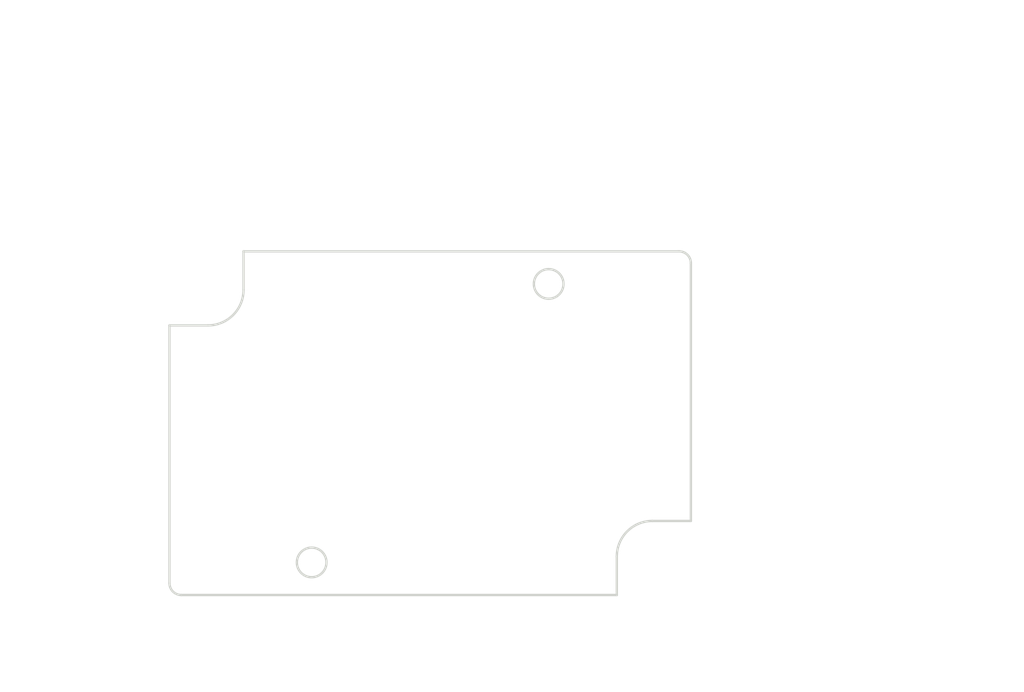
<source format=kicad_pcb>
(kicad_pcb (version 20221018) (generator pcbnew)

  (general
    (thickness 1.6)
  )

  (paper "A4")
  (layers
    (0 "F.Cu" signal)
    (31 "B.Cu" signal)
    (32 "B.Adhes" user "B.Adhesive")
    (33 "F.Adhes" user "F.Adhesive")
    (34 "B.Paste" user)
    (35 "F.Paste" user)
    (36 "B.SilkS" user "B.Silkscreen")
    (37 "F.SilkS" user "F.Silkscreen")
    (38 "B.Mask" user)
    (39 "F.Mask" user)
    (40 "Dwgs.User" user "User.Drawings")
    (41 "Cmts.User" user "User.Comments")
    (42 "Eco1.User" user "User.Eco1")
    (43 "Eco2.User" user "User.Eco2")
    (44 "Edge.Cuts" user)
    (45 "Margin" user)
    (46 "B.CrtYd" user "B.Courtyard")
    (47 "F.CrtYd" user "F.Courtyard")
    (48 "B.Fab" user)
    (49 "F.Fab" user)
  )

  (setup
    (pad_to_mask_clearance 0.051)
    (solder_mask_min_width 0.25)
    (pcbplotparams
      (layerselection 0x00010fc_ffffffff)
      (plot_on_all_layers_selection 0x0000000_00000000)
      (disableapertmacros false)
      (usegerberextensions false)
      (usegerberattributes false)
      (usegerberadvancedattributes false)
      (creategerberjobfile false)
      (dashed_line_dash_ratio 12.000000)
      (dashed_line_gap_ratio 3.000000)
      (svgprecision 4)
      (plotframeref false)
      (viasonmask false)
      (mode 1)
      (useauxorigin false)
      (hpglpennumber 1)
      (hpglpenspeed 20)
      (hpglpendiameter 15.000000)
      (dxfpolygonmode true)
      (dxfimperialunits true)
      (dxfusepcbnewfont true)
      (psnegative false)
      (psa4output false)
      (plotreference true)
      (plotvalue true)
      (plotinvisibletext false)
      (sketchpadsonfab false)
      (subtractmaskfromsilk false)
      (outputformat 1)
      (mirror false)
      (drillshape 1)
      (scaleselection 1)
      (outputdirectory "")
    )
  )

  (net 0 "")

  (gr_line (start 163.330012 84.852606) (end 163.330012 69.947251)
    (stroke (width 0.2) (type solid)) (layer "Dwgs.User") (tstamp 05d5123d-6028-4dec-a210-6e943b1c2bd4))
  (gr_line (start 163.330012 84.852606) (end 163.330012 77.557215)
    (stroke (width 0.2) (type solid)) (layer "Dwgs.User") (tstamp 0993318b-e4a0-40d1-8811-899de2acc7a1))
  (gr_line (start 161.330012 80.732215) (end 153.330012 80.732215)
    (stroke (width 0.2) (type solid)) (layer "Dwgs.User") (tstamp 0dfb321b-5194-49ba-ba9e-adb9e5f5df10))
  (gr_line (start 174.030629 95.574939) (end 172.030629 95.574939)
    (stroke (width 0.2) (type solid)) (layer "Dwgs.User") (tstamp 0e61e6e3-aa36-444e-a574-2f47db9363a5))
  (gr_line (start 178.832546 86.852606) (end 178.832546 92.670171)
    (stroke (width 0.2) (type solid)) (layer "Dwgs.User") (tstamp 13cae5e3-e6a7-4ea8-bb8e-2f536a09c27f))
  (gr_line (start 127.580012 73.122251) (end 140.651124 73.122251)
    (stroke (width 0.2) (type solid)) (layer "Dwgs.User") (tstamp 15abd0d2-b91a-4dd6-b63b-515f413381f0))
  (gr_line (start 114.000943 115.354438) (end 116.000943 115.354438)
    (stroke (width 0.2) (type solid)) (layer "Dwgs.User") (tstamp 1e1c2ecc-7420-4222-a60c-36ee44c7c038))
  (gr_line (start 109.380697 109.102606) (end 109.380697 102.910621)
    (stroke (width 0.2) (type solid)) (layer "Dwgs.User") (tstamp 2c9db348-76f4-4df0-b48e-757821321110))
  (gr_line (start 151.330012 86.602606) (end 151.330012 77.557215)
    (stroke (width 0.2) (type solid)) (layer "Dwgs.User") (tstamp 2f49fb66-76f0-462d-b621-c4d76c5d853f))
  (gr_line (start 116.000943 115.354438) (end 117.732571 114.353705)
    (stroke (width 0.2) (type solid)) (layer "Dwgs.User") (tstamp 31398318-6edc-43f6-a3c6-b3d65d85283a))
  (gr_line (start 149.330012 118.777605) (end 142.874623 118.777605)
    (stroke (width 0.2) (type solid)) (layer "Dwgs.User") (tstamp 31b57d11-389a-4172-a8d2-88b1a75b4315))
  (gr_line (start 150.330012 87.602606) (end 106.205697 87.602606)
    (stroke (width 0.2) (type solid)) (layer "Dwgs.User") (tstamp 35b4ab30-f042-4601-9c06-8b61eada845e))
  (gr_line (start 152.330012 87.602606) (end 177.205629 87.602606)
    (stroke (width 0.2) (type solid)) (layer "Dwgs.User") (tstamp 3b8c0ef1-97ac-4cfe-9412-1b02e669fd09))
  (gr_line (start 161.330012 66.918104) (end 145.124623 66.918104)
    (stroke (width 0.2) (type solid)) (layer "Dwgs.User") (tstamp 3bb46ffc-95bb-49d1-98aa-53fd9cee701f))
  (gr_line (start 125.580012 83.852606) (end 125.580012 69.947251)
    (stroke (width 0.2) (type solid)) (layer "Dwgs.User") (tstamp 4167b60b-e5b1-4265-bd47-1e0dc87561af))
  (gr_line (start 161.330012 73.122251) (end 148.7589 73.122251)
    (stroke (width 0.2) (type solid)) (layer "Dwgs.User") (tstamp 47b5ce9b-8ffc-4a7a-8261-56fa6ce1da5b))
  (gr_line (start 130.228396 92.237308) (end 128.228396 92.237308)
    (stroke (width 0.2) (type solid)) (layer "Dwgs.User") (tstamp 73f975c9-2c80-465d-895c-b13f7e7fc9b9))
  (gr_line (start 133.330012 118.777605) (end 134.785401 118.777605)
    (stroke (width 0.2) (type solid)) (layer "Dwgs.User") (tstamp 7485ae4c-4623-41b0-87a3-accc8230f241))
  (gr_line (start 164.330012 107.602606) (end 182.007546 107.602606)
    (stroke (width 0.2) (type solid)) (layer "Dwgs.User") (tstamp 76f74e31-9db0-41ed-8e91-8cf660574509))
  (gr_line (start 163.330012 84.852606) (end 182.007546 84.852606)
    (stroke (width 0.2) (type solid)) (layer "Dwgs.User") (tstamp 7fddef50-7533-4e5e-a17e-a0c25d4189cf))
  (gr_line (start 163.330012 84.852606) (end 177.205629 84.852606)
    (stroke (width 0.2) (type solid)) (layer "Dwgs.User") (tstamp 82aba874-54e6-4d13-8112-08887aa6398c))
  (gr_line (start 131.330012 112.102606) (end 131.330012 121.952605)
    (stroke (width 0.2) (type solid)) (layer "Dwgs.User") (tstamp 9b67665e-c031-4a82-8f92-0926ddecc8fd))
  (gr_line (start 174.030629 89.602606) (end 174.030629 95.574939)
    (stroke (width 0.2) (type solid)) (layer "Dwgs.User") (tstamp a4015cd9-cab3-40d9-915d-9732390b0dae))
  (gr_line (start 109.380697 89.602606) (end 109.380697 95.794591)
    (stroke (width 0.2) (type solid)) (layer "Dwgs.User") (tstamp ae385516-7dae-4639-abc5-f0d2f74be83b))
  (gr_line (start 187.426876 86.852606) (end 187.426876 99.162231)
    (stroke (width 0.2) (type solid)) (layer "Dwgs.User") (tstamp b24cee29-8065-4967-ab76-5d7c137ee1f0))
  (gr_line (start 128.228396 92.237308) (end 126.614572 91.055964)
    (stroke (width 0.2) (type solid)) (layer "Dwgs.User") (tstamp bb97f34f-ad8c-485a-93ed-a24024a19ae3))
  (gr_line (start 187.426876 111.852606) (end 187.426876 106.277102)
    (stroke (width 0.2) (type solid)) (layer "Dwgs.User") (tstamp c50fe165-6363-4b6e-9f04-c6a22ba4a6e0))
  (gr_line (start 178.832546 105.602606) (end 178.832546 99.785041)
    (stroke (width 0.2) (type solid)) (layer "Dwgs.User") (tstamp c988f68b-42a9-4eed-8c32-b2731b425ae4))
  (gr_line (start 163.330012 84.852606) (end 163.330012 63.743104)
    (stroke (width 0.2) (type solid)) (layer "Dwgs.User") (tstamp d7aaa3e1-daf2-4f01-9a6c-3bf642470ebb))
  (gr_line (start 119.330012 90.102606) (end 119.330012 63.743104)
    (stroke (width 0.2) (type solid)) (layer "Dwgs.User") (tstamp dd9eee67-ba70-4d7b-bc44-221aa0628b49))
  (gr_line (start 174.030629 82.852606) (end 174.030629 80.852606)
    (stroke (width 0.2) (type solid)) (layer "Dwgs.User") (tstamp e10db75d-e9e1-40b7-9047-dca882432aae))
  (gr_line (start 121.330012 66.918104) (end 137.035401 66.918104)
    (stroke (width 0.2) (type solid)) (layer "Dwgs.User") (tstamp e4b36e91-1c71-4cc5-8406-042899bc3793))
  (gr_line (start 163.330012 84.852606) (end 190.601876 84.852606)
    (stroke (width 0.2) (type solid)) (layer "Dwgs.User") (tstamp eb90106a-1c45-4bbe-85ec-125b213a9529))
  (gr_line (start 151.330012 80.732215) (end 149.330012 80.732215)
    (stroke (width 0.2) (type solid)) (layer "Dwgs.User") (tstamp f223ec33-56f7-4de2-90d7-40521357bf2b))
  (gr_line (start 151.330012 88.602606) (end 151.330012 121.952605)
    (stroke (width 0.2) (type solid)) (layer "Dwgs.User") (tstamp f2982ae9-278c-4e0b-83bc-35dbb279a7e8))
  (gr_line (start 130.330012 111.102606) (end 106.205697 111.102606)
    (stroke (width 0.2) (type solid)) (layer "Dwgs.User") (tstamp f3d41d02-0fec-4065-ad0f-417f6d4ef1de))
  (gr_line (start 158.080012 113.852606) (end 190.601876 113.852606)
    (stroke (width 0.2) (type solid)) (layer "Dwgs.User") (tstamp f76628cb-3d0f-445b-b640-e366c67c8bc4))
  (gr_line (start 163.330012 85.852606) (end 163.330012 107.602606)
    (stroke (width 0.2) (type solid)) (layer "Edge.Cuts") (tstamp 0ddccf3e-34e9-4129-bd95-101a65ec6b82))
  (gr_line (start 119.330012 91.102606) (end 122.580012 91.102606)
    (stroke (width 0.2) (type solid)) (layer "Edge.Cuts") (tstamp 1b6e0e3b-cad4-420d-8afb-ade5df05a52b))
  (gr_arc (start 157.080012 110.602606) (mid 157.958692 108.481286) (end 160.080012 107.602606)
    (stroke (width 0.2) (type solid)) (layer "Edge.Cuts") (tstamp 298cfcd3-2ebc-40be-92a2-94b03bc6f98e))
  (gr_line (start 119.330012 112.852606) (end 119.330012 91.102606)
    (stroke (width 0.2) (type solid)) (layer "Edge.Cuts") (tstamp 29d9ce67-20b1-40b2-b967-9c08f6c23152))
  (gr_line (start 157.080012 110.602606) (end 157.080012 113.852606)
    (stroke (width 0.2) (type solid)) (layer "Edge.Cuts") (tstamp 33a7a7ea-5ee2-4a21-a03e-47f590ff5fc8))
  (gr_line (start 163.330012 107.602606) (end 160.080012 107.602606)
    (stroke (width 0.2) (type solid)) (layer "Edge.Cuts") (tstamp 3656b8b1-79ec-49f9-967f-5f0b73feb1d7))
  (gr_line (start 125.580012 88.102606) (end 125.580012 84.852606)
    (stroke (width 0.2) (type solid)) (layer "Edge.Cuts") (tstamp 4b2b6597-bd4b-498c-b91f-936d0fa96a80))
  (gr_circle (center 151.330012 87.602606) (end 152.580012 87.602606)
    (stroke (width 0.2) (type solid)) (fill none) (layer "Edge.Cuts") (tstamp 59a268fb-a6b5-4710-a48e-923e5070e09f))
  (gr_arc (start 162.330012 84.852606) (mid 163.037119 85.145499) (end 163.330012 85.852606)
    (stroke (width 0.2) (type solid)) (layer "Edge.Cuts") (tstamp 730d3e36-9a87-4e29-be3e-31ea5486e9fd))
  (gr_line (start 157.080012 113.852606) (end 120.330012 113.852606)
    (stroke (width 0.2) (type solid)) (layer "Edge.Cuts") (tstamp 78e19650-313d-4984-98a6-e669db659c76))
  (gr_arc (start 120.330012 113.852606) (mid 119.622905 113.559713) (end 119.330012 112.852606)
    (stroke (width 0.2) (type solid)) (layer "Edge.Cuts") (tstamp 9d99ce74-ce99-4720-9731-edeb0dc38b83))
  (gr_line (start 125.580012 84.852606) (end 162.330012 84.852606)
    (stroke (width 0.2) (type solid)) (layer "Edge.Cuts") (tstamp c5fb6315-cfa3-4743-9de4-7fda86b6dc7f))
  (gr_circle (center 131.330012 111.102606) (end 132.580012 111.102606)
    (stroke (width 0.2) (type solid)) (fill none) (layer "Edge.Cuts") (tstamp d920765d-eedb-41c6-a409-1b5dde35587b))
  (gr_arc (start 125.580012 88.102606) (mid 124.701332 90.223926) (end 122.580012 91.102606)
    (stroke (width 0.2) (type solid)) (layer "Edge.Cuts") (tstamp f17b4647-d759-4cf0-9f45-9faa52a21eb1))
  (gr_text "[.90]" (at 178.832546 98.117067) (layer "Dwgs.User") (tstamp 106d6f69-5669-40d3-babb-17c42a2723da)
    (effects (font (size 1.7 1.53) (thickness 0.2125)))
  )
  (gr_text " 2.75" (at 168.637144 93.906964) (layer "Dwgs.User") (tstamp 19ee580b-0a79-4cb1-bf28-953106a07d1b)
    (effects (font (size 1.7 1.53) (thickness 0.2125)))
  )
  (gr_text "[R0.04]" (at 109.530172 117.243899) (layer "Dwgs.User") (tstamp 2ea726a9-d987-49fd-927d-18cf1892209f)
    (effects (font (size 1.7 1.53) (thickness 0.2125)))
  )
  (gr_text " 37.75" (at 144.705012 71.453697) (layer "Dwgs.User") (tstamp 421b4e99-6f84-4128-9ba8-01b5bca47480)
    (effects (font (size 1.7 1.53) (thickness 0.2125)))
  )
  (gr_text " R3.00" (at 134.699167 90.568754) (layer "Dwgs.User") (tstamp 4ba34697-d190-41b9-84e6-ee51a441b09a)
    (effects (font (size 1.7 1.53) (thickness 0.2125)))
  )
  (gr_text "[.93]" (at 109.380697 101.242067) (layer "Dwgs.User") (tstamp 4fe2871d-2ee8-44ac-a4dc-0c860f4b470f)
    (effects (font (size 1.7 1.53) (thickness 0.2125)))
  )
  (gr_text "[1.49]" (at 144.705012 75.011712) (layer "Dwgs.User") (tstamp 651ee84a-d12a-44a5-bb6a-867c7e38faac)
    (effects (font (size 1.7 1.53) (thickness 0.2125)))
  )
  (gr_text " 23.50" (at 109.380697 97.684052) (layer "Dwgs.User") (tstamp 88d3465e-dbc4-4b5d-854b-342daf2ccbf7)
    (effects (font (size 1.7 1.53) (thickness 0.2125)))
  )
  (gr_text "[1.73]" (at 141.080012 68.807566) (layer "Dwgs.User") (tstamp 89709c3a-5557-44f0-90c9-93a141454545)
    (effects (font (size 1.7 1.53) (thickness 0.2125)))
  )
  (gr_text " 20.00" (at 138.830012 117.109631) (layer "Dwgs.User") (tstamp 8a2968af-0fff-4715-bafb-f7343fb55086)
    (effects (font (size 1.7 1.53) (thickness 0.2125)))
  )
  (gr_text "[.79]" (at 138.830012 120.667066) (layer "Dwgs.User") (tstamp 9b6ada01-2519-4471-95c7-fb5c657026ad)
    (effects (font (size 1.7 1.53) (thickness 0.2125)))
  )
  (gr_text " 29.00" (at 187.426876 101.051692) (layer "Dwgs.User") (tstamp ad956e19-b70d-4c1c-9157-3b277605ee1e)
    (effects (font (size 1.7 1.53) (thickness 0.2125)))
  )
  (gr_text " 12.00" (at 145.285401 79.064241) (layer "Dwgs.User") (tstamp b0527568-884f-4042-ac42-b6b192850121)
    (effects (font (size 1.7 1.53) (thickness 0.2125)))
  )
  (gr_text " 22.75" (at 178.832546 94.559632) (layer "Dwgs.User") (tstamp b1314491-309b-4770-89a6-e0048d2e98ab)
    (effects (font (size 1.7 1.53) (thickness 0.2125)))
  )
  (gr_text "[R0.12]" (at 134.699167 94.126769) (layer "Dwgs.User") (tstamp cb0a9604-4cf4-4def-a0f2-ec2bdbd7e82d)
    (effects (font (size 1.7 1.53) (thickness 0.2125)))
  )
  (gr_text "[.11]" (at 168.637144 97.4644) (layer "Dwgs.User") (tstamp d146acda-322a-461b-8cbb-4f57e3d476b6)
    (effects (font (size 1.7 1.53) (thickness 0.2125)))
  )
  (gr_text " R1.00" (at 109.530172 113.686464) (layer "Dwgs.User") (tstamp e43723d8-1009-450b-8ba9-6808b471afb4)
    (effects (font (size 1.7 1.53) (thickness 0.2125)))
  )
  (gr_text "[1.14]" (at 187.426876 104.609128) (layer "Dwgs.User") (tstamp f2ccafdb-9748-4445-94a4-ae48cd3a29cd)
    (effects (font (size 1.7 1.53) (thickness 0.2125)))
  )
  (gr_text " 44.00" (at 141.080012 65.25013) (layer "Dwgs.User") (tstamp f43e2537-3878-45ba-b23b-505213e1590e)
    (effects (font (size 1.7 1.53) (thickness 0.2125)))
  )
  (gr_text "[.47]" (at 145.285401 82.618197) (layer "Dwgs.User") (tstamp fd1fde8f-620e-417c-b7ea-e2b0bf4af30f)
    (effects (font (size 1.7 1.53) (thickness 0.2125)))
  )

)

</source>
